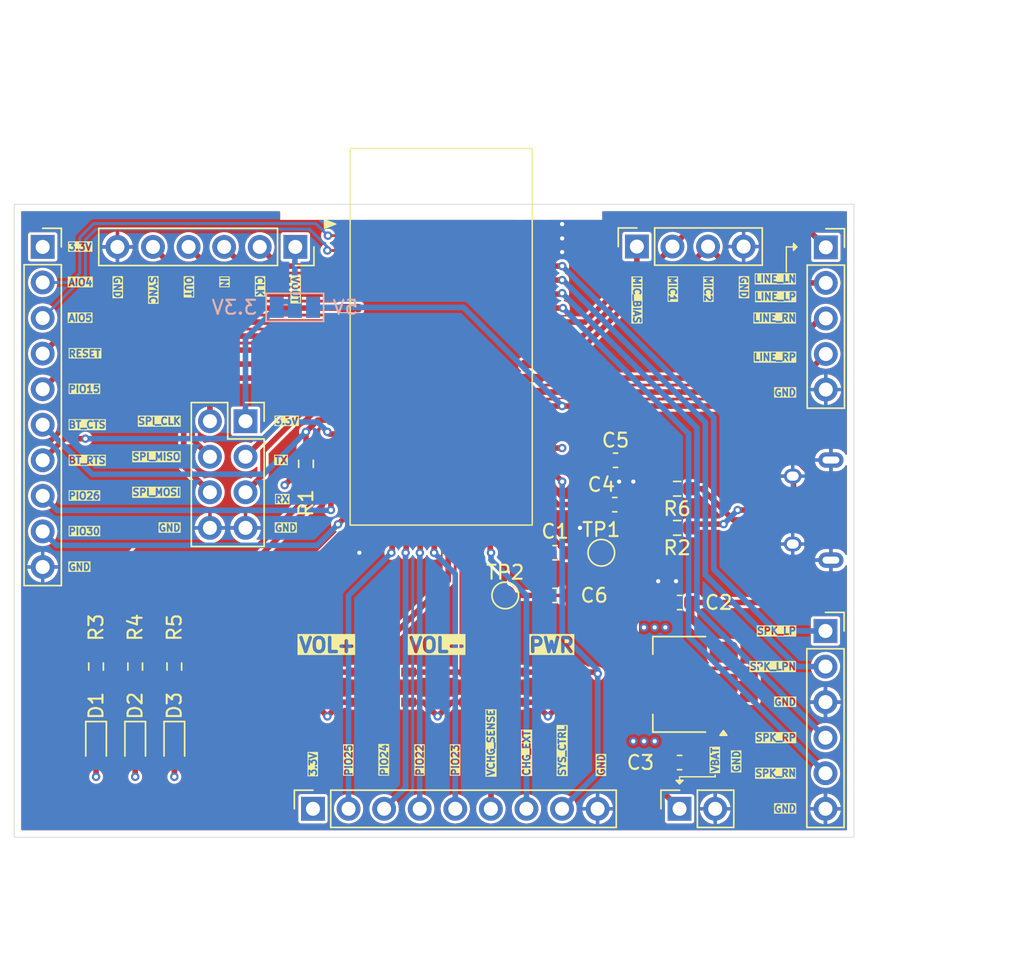
<source format=kicad_pcb>
(kicad_pcb (version 20241229) (generator "pcbnew") (generator_version "9.0")
  (title_block (title "FSC-BT1038B Minimal Breakout Board") (date "2025-02-02") (rev "0.1") (company "//"))
  (layers (0 "F.Cu" mixed) (4 "In1.Cu" power) (6 "In2.Cu" power) (2 "B.Cu" mixed) (13 "F.Paste" user) (15 "B.Paste" user) (5 "F.SilkS" user "F.Silkscreen") (7 "B.SilkS" user "B.Silkscreen") (1 "F.Mask" user) (3 "B.Mask" user) (25 "Edge.Cuts" user))
  (net 0 "")
  (net 1 "/1.8V_OUT")
  (net 2 "GND")
  (net 3 "+5V")
  (net 4 "+3.3V")
  (net 5 "/VBAT_IN")
  (net 6 "Net-(U2-VDD_USB{slash}3.3V_OUT)")
  (net 7 "Net-(D1-K)")
  (net 8 "Net-(D2-K)")
  (net 9 "Net-(D3-K)")
  (net 10 "/BT_RX")
  (net 11 "/BT_TX")
  (net 12 "/SPI_MOSI")
  (net 13 "/SPI_MISO")
  (net 14 "/SPI_CLK")
  (net 16 "/D+")
  (net 17 "/D-")
  (net 18 "/MIC{slash}LINE_LP")
  (net 19 "/LINE_RP")
  (net 20 "/MIC{slash}LINE_LN")
  (net 21 "/LINE_RN")
  (net 22 "/MIC_BIAS")
  (net 23 "/PCM_IN")
  (net 24 "/PCM_OUT")
  (net 25 "Net-(J6-Pin_1)")
  (net 26 "/PCM_CLK")
  (net 27 "/SPK_LP")
  (net 28 "/SPK_RN")
  (net 29 "/SPK_LN")
  (net 30 "/SPK_RP")
  (net 31 "/PIO26")
  (net 32 "/PIO15")
  (net 33 "/PIO30")
  (net 34 "/AIO5")
  (net 35 "/BT_RTS")
  (net 36 "/AIO4")
  (net 37 "/RESET")
  (net 38 "/BT_CTS")
  (net 39 "/VCGH_SENSE")
  (net 40 "/PIO25")
  (net 41 "/CHG_EXT")
  (net 42 "/PIO24")
  (net 43 "/PIO22")
  (net 44 "/PIO23")
  (net 45 "/SYS_CTRL")
  (net 46 "/USB_D+")
  (net 47 "/LED0")
  (net 48 "/LED1")
  (net 49 "/LED2")
  (net 50 "/USB_D-")
  (net 51 "/PIO18")
  (net 52 "/PIO21")
  (net 54 "/PCM_SYNC")
  (footprint "Resistor_SMD:R_0603_1608Metric_Pad0.98x0.95mm_HandSolder" (layer "F.Cu") (at 153.416 92.202 90)
    (property "Reference" "R5")
    (property "Value" "1k")
  )
  (footprint "TS3425BA:TS3425BA" (layer "F.Cu") (at 180.086 93.726)
    (property "Reference" "SW1")
    (property "Value" "POWER")
  )
  (footprint "Connector_PinSocket_2.54mm:PinSocket_2x04_P2.54mm_Vertical" (layer "F.Cu") (at 158.496 74.676)
    (property "Reference" "J1")
    (property "Value" "PROGRAM PORT")
  )
  (footprint "TS3425BA:TS3425BA" (layer "F.Cu") (at 172.212 93.726)
    (property "Reference" "SW3")
    (property "Value" "VOL-")
  )
  (footprint "LED_SMD:LED_0603_1608Metric_Pad1.05x0.95mm_HandSolder" (layer "F.Cu") (at 147.828 97.79 -90)
    (property "Reference" "D1")
    (property "Value" "LED0")
  )
  (footprint "TestPoint:TestPoint_Pad_D1.5mm" (layer "F.Cu") (at 183.896 84.074)
    (property "Reference" "TP1")
    (property "Value" "1.8V")
  )
  (footprint "Package_TO_SOT_SMD:SOT-223-3_TabPin2" (layer "F.Cu") (at 189.484 93.472 180)
    (property "Reference" "U1")
    (property "Value" "AMS1117-3.3")
  )
  (footprint "Resistor_SMD:R_0603_1608Metric_Pad0.98x0.95mm_HandSolder" (layer "F.Cu") (at 147.828 92.202 90)
    (property "Reference" "R3")
    (property "Value" "1k")
  )
  (footprint "TS3425BA:TS3425BA" (layer "F.Cu") (at 164.338 93.726)
    (property "Reference" "SW2")
    (property "Value" "VOL+")
  )
  (footprint "Connector_PinSocket_2.54mm:PinSocket_1x02_P2.54mm_Vertical" (layer "F.Cu") (at 189.484 102.362 90)
    (property "Reference" "J5")
    (property "Value" "BAT IN")
  )
  (footprint "Resistor_SMD:R_0603_1608Metric_Pad0.98x0.95mm_HandSolder" (layer "F.Cu") (at 189.31 82.296 180)
    (property "Reference" "R2")
    (property "Value" "22R")
  )
  (footprint "Resistor_SMD:R_0603_1608Metric_Pad0.98x0.95mm_HandSolder" (layer "F.Cu") (at 189.31 79.502 180)
    (property "Reference" "R6")
    (property "Value" "22R")
  )
  (footprint "Resistor_SMD:R_0603_1608Metric_Pad0.98x0.95mm_HandSolder" (layer "F.Cu") (at 162.814 77.724 90)
    (property "Reference" "R1")
    (property "Value" "10k")
  )
  (footprint "Resistor_SMD:R_0603_1608Metric_Pad0.98x0.95mm_HandSolder" (layer "F.Cu") (at 150.622 92.202 90)
    (property "Reference" "R4")
    (property "Value" "1k")
  )
  (footprint "Capacitor_SMD:C_0603_1608Metric_Pad1.08x0.95mm_HandSolder" (layer "F.Cu") (at 189.484 87.63 180)
    (property "Reference" "C2")
    (property "Value" "10uF")
  )
  (footprint "KH-MICRO5P-JN:KH-MICRO5P-JN" (layer "F.Cu") (at 197.612 81.026 90)
    (property "Reference" "J2")
    (property "Value" "USB_B_Micro")
  )
  (footprint "Connector_PinSocket_2.54mm:PinSocket_1x04_P2.54mm_Vertical" (layer "F.Cu") (at 186.436 62.205 90)
    (property "Reference" "J4")
    (property "Value" "MIC IN")
  )
  (footprint "Connector_PinSocket_2.54mm:PinSocket_1x05_P2.54mm_Vertical" (layer "F.Cu") (at 199.923 62.26)
    (property "Reference" "J3")
    (property "Value" "LINE IN")
  )
  (footprint "Capacitor_SMD:C_0603_1608Metric_Pad1.08x0.95mm_HandSolder" (layer "F.Cu") (at 180.594 87.122)
    (property "Reference" "C6")
    (property "Value" "2.2uF")
  )
  (footprint "LED_SMD:LED_0603_1608Metric_Pad1.05x0.95mm_HandSolder" (layer "F.Cu") (at 153.416 97.79 -90)
    (property "Reference" "D3")
    (property "Value" "LED2")
  )
  (footprint "Capacitor_SMD:C_0603_1608Metric_Pad1.08x0.95mm_HandSolder" (layer "F.Cu") (at 184.912 77.47)
    (property "Reference" "C5")
    (property "Value" "4.7uF")
  )
  (footprint "LED_SMD:LED_0603_1608Metric_Pad1.05x0.95mm_HandSolder" (layer "F.Cu") (at 150.622 97.79 -90)
    (property "Reference" "D2")
    (property "Value" "LED1")
  )
  (footprint "Connector_PinSocket_2.54mm:PinSocket_1x06_P2.54mm_Vertical" (layer "F.Cu") (at 162.052 62.23 -90)
    (property "Reference" "J6")
    (property "Value" "I2S OUT")
  )
  (footprint "FSC-BT1038B:FSC-BT1038B" (layer "F.Cu") (at 172.466 60.298)
    (property "Reference" "U2")
    (property "Value" "~")
  )
  (footprint "Capacitor_SMD:C_0603_1608Metric_Pad1.08x0.95mm_HandSolder" (layer "F.Cu") (at 189.484 99.06)
    (property "Reference" "C3")
    (property "Value" "22uF")
  )
  (footprint "Capacitor_SMD:C_0603_1608Metric_Pad1.08x0.95mm_HandSolder" (layer "F.Cu") (at 184.856 80.638)
    (property "Reference" "C4")
    (property "Value" "100nF")
  )
  (footprint "TestPoint:TestPoint_Pad_D1.5mm" (layer "F.Cu") (at 177.038 87.122)
    (property "Reference" "TP2")
    (property "Value" "3.3V OUT")
  )
  (footprint "Connector_PinSocket_2.54mm:PinSocket_1x10_P2.54mm_Vertical" (layer "F.Cu") (at 144.018 62.23)
    (property "Reference" "J8")
    (property "Value" "PORT1")
  )
  (footprint "Connector_PinSocket_2.54mm:PinSocket_1x06_P2.54mm_Vertical" (layer "F.Cu") (at 199.898 89.662)
    (property "Reference" "J7")
    (property "Value" "SPEAKERS OUT")
  )
  (footprint "Capacitor_SMD:C_0603_1608Metric_Pad1.08x0.95mm_HandSolder" (layer "F.Cu") (at 180.594 84.074 180)
    (property "Reference" "C1")
    (property "Value" "1uF")
  )
  (footprint "Connector_PinSocket_2.54mm:PinSocket_1x09_P2.54mm_Vertical" (layer "F.Cu") (at 163.312 102.362 90)
    (property "Reference" "J9")
    (property "Value" "PORT2")
  )
  (footprint "Jumper:SolderJumper-3_P1.3mm_Bridged2Bar12_Pad1.0x1.5mm_NumberLabels" (layer "B.Cu") (at 162.022 66.548)
    (property "Reference" "JP1")
    (property "Value" "I2C VOLTAGE")
  )
  (gr_line (start 192.024 100.076) (end 189.484 100.076) (stroke (width 0.1)) (layer "F.SilkS"))
  (gr_line (start 192.024 99.949) (end 192.024 100.076) (stroke (width 0.1)) (layer "F.SilkS"))
  (gr_poly (pts (xy 189.23 100.33) (xy 189.484 100.584) (xy 189.738 100.33)) (stroke (width 0.1)) (fill yes) (layer "F.SilkS"))
  (gr_line (start 189.484 100.076) (end 189.484 100.584) (stroke (width 0.1)) (layer "F.SilkS"))
  (gr_line (start 197.104 62.23) (end 197.866 62.23) (stroke (width 0.1)) (layer "F.SilkS"))
  (gr_line (start 197.104 64.008) (end 197.104 62.23) (stroke (width 0.1)) (layer "F.SilkS"))
  (gr_poly (pts (xy 197.866 62.23) (xy 197.612 61.976) (xy 197.612 62.484)) (stroke (width 0.1)) (fill yes) (layer "F.SilkS"))
  (gr_line (start 201.93 59.182) (end 141.986 59.182) (stroke (width 0.05)) (layer "Edge.Cuts"))
  (gr_line (start 141.986 104.394) (end 201.93 104.394) (stroke (width 0.05)) (layer "Edge.Cuts"))
  (gr_line (start 201.93 104.394) (end 201.93 59.182) (stroke (width 0.05)) (layer "Edge.Cuts"))
  (gr_line (start 141.986 59.182) (end 141.986 104.394) (stroke (width 0.05)) (layer "Edge.Cuts"))
  (gr_text "GND" (at 160.528 82.296 0) (layer "F.SilkS" knockout) (effects (font (size 0.5 0.5) (thickness 0.125)) (justify left)))
  (gr_text "PIO30" (at 145.796 82.55 0) (layer "F.SilkS" knockout) (effects (font (size 0.5 0.5) (thickness 0.125)) (justify left)))
  (gr_text "SPI_CLK" (at 153.924 74.676 0) (layer "F.SilkS" knockout) (effects (font (size 0.5 0.5) (thickness 0.125)) (justify right)))
  (gr_text "IN" (at 156.972 64.262 270) (layer "F.SilkS" knockout) (effects (font (size 0.5 0.5) (thickness 0.125)) (justify left)))
  (gr_text "AIO5" (at 145.796 67.31 0) (layer "F.SilkS" knockout) (effects (font (size 0.5 0.5) (thickness 0.125)) (justify left)))
  (gr_text "PIO25" (at 165.862 100.076 90) (layer "F.SilkS" knockout) (effects (font (size 0.5 0.5) (thickness 0.125)) (justify left)))
  (gr_text "SPK_LP" (at 197.866 89.662 0) (layer "F.SilkS" knockout) (effects (font (size 0.5 0.5) (thickness 0.125)) (justify right)))
  (gr_text "VBAT" (at 192.024 99.822 90) (layer "F.SilkS" knockout) (effects (font (size 0.5 0.5) (thickness 0.125)) (justify left)))
  (gr_text "VOL-" (at 172.212 90.678 0) (layer "F.SilkS" knockout) (effects (font (size 1 1) (thickness 0.25) (bold yes))))
  (gr_text "3.3V" (at 160.528 74.676 0) (layer "F.SilkS" knockout) (effects (font (size 0.5 0.5) (thickness 0.125)) (justify left)))
  (gr_text "PIO23" (at 173.482 100.076 90) (layer "F.SilkS" knockout) (effects (font (size 0.5 0.5) (thickness 0.125)) (justify left)))
  (gr_text "GND" (at 145.796 85.09 0) (layer "F.SilkS" knockout) (effects (font (size 0.5 0.5) (thickness 0.125)) (justify left)))
  (gr_text "3.3V" (at 145.796 62.23 0) (layer "F.SilkS" knockout) (effects (font (size 0.5 0.5) (thickness 0.125)) (justify left)))
  (gr_text "GND" (at 153.924 82.296 0) (layer "F.SilkS" knockout) (effects (font (size 0.5 0.5) (thickness 0.125)) (justify right)))
  (gr_text "AIO4" (at 145.796 64.77 0) (layer "F.SilkS" knockout) (effects (font (size 0.5 0.5) (thickness 0.125)) (justify left)))
  (gr_text "SPK_LPN" (at 197.866 92.202 0) (layer "F.SilkS" knockout) (effects (font (size 0.5 0.5) (thickness 0.125)) (justify right)))
  (gr_text "BT_CTS" (at 145.796 74.93 0) (layer "F.SilkS" knockout) (effects (font (size 0.5 0.5) (thickness 0.125)) (justify left)))
  (gr_text "CHG_EXT" (at 178.562 100.076 90) (layer "F.SilkS" knockout) (effects (font (size 0.5 0.5) (thickness 0.125)) (justify left)))
  (gr_text "OUT" (at 154.432 64.262 270) (layer "F.SilkS" knockout) (effects (font (size 0.5 0.5) (thickness 0.125)) (justify left)))
  (gr_text "RX" (at 160.528 80.264 0) (layer "F.SilkS" knockout) (effects (font (size 0.5 0.5) (thickness 0.125)) (justify left)))
  (gr_text "SPI_MOSI" (at 153.924 79.756 0) (layer "F.SilkS" knockout) (effects (font (size 0.5 0.5) (thickness 0.125)) (justify right)))
  (gr_text "PWR" (at 180.34 90.678 0) (layer "F.SilkS" knockout) (effects (font (size 1 1) (thickness 0.25) (bold yes))))
  (gr_text "GND" (at 183.896 100.076 90) (layer "F.SilkS" knockout) (effects (font (size 0.5 0.5) (thickness 0.125)) (justify left)))
  (gr_text "BT_RTS" (at 145.796 77.47 0) (layer "F.SilkS" knockout) (effects (font (size 0.5 0.5) (thickness 0.125)) (justify left)))
  (gr_text "PIO24" (at 168.402 100.076 90) (layer "F.SilkS" knockout) (effects (font (size 0.5 0.5) (thickness 0.125)) (justify left)))
  (gr_text "LINE_LN" (at 197.866 64.516 0) (layer "F.SilkS" knockout) (effects (font (size 0.5 0.5) (thickness 0.125)) (justify right)))
  (gr_text "LINE_RP" (at 197.866 70.104 0) (layer "F.SilkS" knockout) (effects (font (size 0.5 0.5) (thickness 0.125)) (justify right)))
  (gr_text "SPK_RP" (at 197.866 97.282 0) (layer "F.SilkS" knockout) (effects (font (size 0.5 0.5) (thickness 0.125)) (justify right)))
  (gr_text "TX" (at 160.528 77.47 0) (layer "F.SilkS" knockout) (effects (font (size 0.5 0.5) (thickness 0.125)) (justify left)))
  (gr_text "SYS_CTRL" (at 181.102 100.076 90) (layer "F.SilkS" knockout) (effects (font (size 0.5 0.5) (thickness 0.125)) (justify left)))
  (gr_text "MIC_BIAS" (at 186.436 64.262 270) (layer "F.SilkS" knockout) (effects (font (size 0.5 0.5) (thickness 0.125)) (justify left)))
  (gr_text "GND" (at 197.866 72.644 0) (layer "F.SilkS" knockout) (effects (font (size 0.5 0.5) (thickness 0.125)) (justify right)))
  (gr_text "GND" (at 149.352 64.262 270) (layer "F.SilkS" knockout) (effects (font (size 0.5 0.5) (thickness 0.125)) (justify left)))
  (gr_text "CLK" (at 159.512 64.262 270) (layer "F.SilkS" knockout) (effects (font (size 0.5 0.5) (thickness 0.125)) (justify left)))
  (gr_text "LINE_RN" (at 197.866 67.31 0) (layer "F.SilkS" knockout) (effects (font (size 0.5 0.5) (thickness 0.125)) (justify right)))
  (gr_text "VOUT" (at 162.052 64.262 270) (layer "F.SilkS" knockout) (effects (font (size 0.5 0.5) (thickness 0.125)) (justify left)))
  (gr_text "3.3V" (at 163.322 100.076 90) (layer "F.SilkS" knockout) (effects (font (size 0.5 0.5) (thickness 0.125)) (justify left)))
  (gr_text "VCHG_SENSE" (at 176.022 100.076 90) (layer "F.SilkS" knockout) (effects (font (size 0.5 0.5) (thickness 0.125)) (justify left)))
  (gr_text "GND" (at 197.866 94.742 0) (layer "F.SilkS" knockout) (effects (font (size 0.5 0.5) (thickness 0.125)) (justify right)))
  (gr_text "SPK_RN" (at 197.866 99.822 0) (layer "F.SilkS" knockout) (effects (font (size 0.5 0.5) (thickness 0.125)) (justify right)))
  (gr_text "PIO26" (at 145.796 80.01 0) (layer "F.SilkS" knockout) (effects (font (size 0.5 0.5) (thickness 0.125)) (justify left)))
  (gr_text "LINE_LP" (at 197.866 65.786 0) (layer "F.SilkS" knockout) (effects (font (size 0.5 0.5) (thickness 0.125)) (justify right)))
  (gr_text "SPI_MISO" (at 153.924 77.216 0) (layer "F.SilkS" knockout) (effects (font (size 0.5 0.5) (thickness 0.125)) (justify right)))
  (gr_text "MIC2" (at 191.516 64.262 270) (layer "F.SilkS" knockout) (effects (font (size 0.5 0.5) (thickness 0.125)) (justify left)))
  (gr_text "GND" (at 193.548 99.822 90) (layer "F.SilkS" knockout) (effects (font (size 0.5 0.5) (thickness 0.125)) (justify left)))
  (gr_text "PIO22" (at 170.942 100.076 90) (layer "F.SilkS" knockout) (effects (font (size 0.5 0.5) (thickness 0.125)) (justify left)))
  (gr_text "PIO15" (at 145.796 72.39 0) (layer "F.SilkS" knockout) (effects (font (size 0.5 0.5) (thickness 0.125)) (justify left)))
  (gr_text "GND" (at 197.866 102.362 0) (layer "F.SilkS" knockout) (effects (font (size 0.5 0.5) (thickness 0.125)) (justify right)))
  (gr_text "RESET" (at 145.796 69.85 0) (layer "F.SilkS" knockout) (effects (font (size 0.5 0.5) (thickness 0.125)) (justify left)))
  (gr_text "GND" (at 194.056 64.262 270) (layer "F.SilkS" knockout) (effects (font (size 0.5 0.5) (thickness 0.125)) (justify left)))
  (gr_text "VOL+" (at 164.338 90.678 0) (layer "F.SilkS" knockout) (effects (font (size 1 1) (thickness 0.25) (bold yes))))
  (gr_text "SYNC" (at 151.892 64.262 270) (layer "F.SilkS" knockout) (effects (font (size 0.5 0.5) (thickness 0.125)) (justify left)))
  (gr_text "MIC1" (at 188.976 64.262 270) (layer "F.SilkS" knockout) (effects (font (size 0.5 0.5) (thickness 0.125)) (justify left)))
  (segment (start 178.966 77.598) (end 178.166001 77.598) (width 0.4) (layer "F.Cu") (net 1))
  (segment (start 181.4565 84.074) (end 183.896 84.074) (width 0.4) (layer "F.Cu") (net 1))
  (segment (start 180.1865 82.804) (end 181.4565 84.074) (width 0.4) (layer "F.Cu") (net 1))
  (segment (start 177.766 80.979974) (end 179.590026 82.804) (width 0.4) (layer "F.Cu") (net 1))
  (segment (start 178.166001 77.598) (end 177.766 77.998001) (width 0.4) (layer "F.Cu") (net 1))
  (segment (start 179.590026 82.804) (end 180.1865 82.804) (width 0.4) (layer "F.Cu") (net 1))
  (segment (start 177.766 77.998001) (end 177.766 80.979974) (width 0.4) (layer "F.Cu") (net 1))
  (segment (start 165.966 60.598) (end 178.966 60.598) (width 0.4) (layer "F.Cu") (net 2))
  (segment (start 178.966 80.598) (end 180.664 82.296) (width 0.4) (layer "F.Cu") (net 2))
  (segment (start 181.102 60.598) (end 181.102 62.598) (width 0.4) (layer "F.Cu") (net 2))
  (segment (start 178.966 60.598) (end 181.102 60.598) (width 0.4) (layer "F.Cu") (net 2))
  (segment (start 197.612 79.726) (end 197.612 78.651) (width 0.4) (layer "F.Cu") (net 2))
  (segment (start 167.966 82.732) (end 166.624 84.074) (width 0.4) (layer "F.Cu") (net 2))
  (segment (start 167.966 82.098) (end 167.966 82.732) (width 0.4) (layer "F.Cu") (net 2))
  (segment (start 181.102 62.598) (end 178.966 62.598) (width 0.4) (layer "F.Cu") (net 2))
  (segment (start 180.664 82.296) (end 182.372 82.296) (width 0.4) (layer "F.Cu") (net 2))
  (segment (start 197.612 78.651) (end 197.562 78.601) (width 0.4) (layer "F.Cu") (net 2))
  (via (at 166.624 84.074) (size 0.6) (drill 0.3) (layers "F.Cu" "B.Cu") (net 2))
  (via (at 186.182 78.994) (size 0.6) (drill 0.3) (layers "F.Cu" "B.Cu") (net 2))
  (via (at 181.102 61.6204) (size 0.6) (drill 0.3) (layers "F.Cu" "B.Cu") (net 2))
  (via (at 181.102 62.598) (size 0.6) (drill 0.3) (layers "F.Cu" "B.Cu") (net 2))
  (via (at 185.166 78.994) (size 0.6) (drill 0.3) (layers "F.Cu" "B.Cu") (net 2))
  (via (at 189.23 86.106) (size 0.6) (drill 0.3) (layers "F.Cu" "B.Cu") (net 2))
  (via (at 182.372 82.296) (size 0.6) (drill 0.3) (layers "F.Cu" "B.Cu") (net 2))
  (via (at 181.102 60.598) (size 0.6) (drill 0.3) (layers "F.Cu" "B.Cu") (net 2))
  (via (at 187.96 86.106) (size 0.6) (drill 0.3) (layers "F.Cu" "B.Cu") (net 2))
  (segment (start 198.587 82.626001) (end 198.587 84.115) (width 0.4) (layer "F.Cu") (net 3))
  (segment (start 199.136 78.766852) (end 199.136 83.566) (width 0.4) (layer "F.Cu") (net 3))
  (segment (start 181.102 73.598) (end 193.967148 73.598) (width 0.4) (layer "F.Cu") (net 3))
  (segment (start 181.102 73.598) (end 178.966 73.598) (width 0.4) (layer "F.Cu") (net 3))
  (segment (start 193.967148 73.598) (end 199.136 78.766852) (width 0.4) (layer "F.Cu") (net 3))
  (segment (start 199.136 83.566) (end 198.587 84.115) (width 0.4) (layer "F.Cu") (net 3))
  (segment (start 198.286999 82.326) (end 198.587 82.626001) (width 0.4) (layer "F.Cu") (net 3))
  (segment (start 197.612 82.326) (end 198.286999 82.326) (width 0.4) (layer "F.Cu") (net 3))
  (segment (start 195.072 87.63) (end 190.3465 87.63) (width 0.4) (layer "F.Cu") (net 3))
  (segment (start 190.3465 88.8845) (end 192.634 91.172) (width 0.4) (layer "F.Cu") (net 3))
  (segment (start 198.587 84.115) (end 195.072 87.63) (width 0.4) (layer "F.Cu") (net 3))
  (segment (start 190.3465 87.63) (end 190.3465 88.8845) (width 0.4) (layer "F.Cu") (net 3))
  (via (at 181.102 73.598) (size 0.6) (drill 0.3) (layers "F.Cu" "B.Cu") (net 3))
  (segment (start 163.322 66.548) (end 174.052 66.548) (width 0.4) (layer "B.Cu") (net 3))
  (segment (start 174.052 66.548) (end 181.102 73.598) (width 0.4) (layer "B.Cu") (net 3))
  (segment (start 153.416 100.076) (end 153.416 98.665) (width 0.4) (layer "F.Cu") (net 4))
  (segment (start 161.9015 78.6365) (end 161.29 79.248) (width 0.4) (layer "F.Cu") (net 4))
  (segment (start 174.287 94.751) (end 173.219 94.751) (width 0.4) (layer "F.Cu") (net 4))
  (segment (start 186.436 93.472) (end 186.436 93.726) (width 0.4) (layer "F.Cu") (net 4))
  (segment (start 186.436 93.726) (end 186.334 93.472) (width 0.4) (layer "F.Cu") (net 4))
  (segment (start 171.205 94.751) (end 172.212 95.758) (width 0.4) (layer "F.Cu") (net 4))
  (segment (start 147.828 100.076) (end 147.828 98.665) (width 0.4) (layer "F.Cu") (net 4))
  (segment (start 178.966 76.598) (end 181.102 76.598) (width 0.4) (layer "F.Cu") (net 4))
  (segment (start 170.137 94.751) (end 171.205 94.751) (width 0.4) (layer "F.Cu") (net 4))
  (segment (start 166.413 94.751) (end 165.345 94.751) (width 0.4) (layer "F.Cu") (net 4))
  (segment (start 162.263 94.751) (end 163.331 94.751) (width 0.4) (layer "F.Cu") (net 4))
  (segment (start 173.219 94.751) (end 172.212 95.758) (width 0.4) (layer "F.Cu") (net 4))
  (segment (start 165.345 94.751) (end 164.338 95.758) (width 0.4) (layer "F.Cu") (net 4))
  (segment (start 181.093 94.751) (end 180.086 95.758) (width 0.4) (layer "F.Cu") (net 4))
  (segment (start 178.011 94.751) (end 179.079 94.751) (width 0.4) (layer "F.Cu") (net 4))
  (segment (start 179.079 94.751) (end 180.086 95.758) (width 0.4) (layer "F.Cu") (net 4))
  (segment (start 150.622 100.076) (end 150.622 98.665) (width 0.4) (layer "F.Cu") (net 4))
  (segment (start 182.161 94.751) (end 181.093 94.751) (width 0.4) (layer "F.Cu") (net 4))
  (segment (start 162.814 78.6365) (end 161.9015 78.6365) (width 0.4) (layer "F.Cu") (net 4))
  (segment (start 163.331 94.751) (end 164.338 95.758) (width 0.4) (layer "F.Cu") (net 4))
  (via (at 164.338 95.758) (size 0.6) (drill 0.3) (layers "F.Cu" "B.Cu") (net 4))
  (via (at 186.944 89.408) (size 0.6) (drill 0.3) (layers "F.Cu" "B.Cu") (net 4))
  (via (at 153.416 100.076) (size 0.6) (drill 0.3) (layers "F.Cu" "B.Cu") (net 4))
  (via (at 172.212 95.758) (size 0.6) (drill 0.3) (layers "F.Cu" "B.Cu") (net 4))
  (via (at 188.468 89.408) (size 0.6) (drill 0.3) (layers "F.Cu" "B.Cu") (net 4))
  (via (at 181.102 76.598) (size 0.6) (drill 0.3) (layers "F.Cu" "B.Cu") (net 4))
  (via (at 186.182 97.536) (size 0.6) (drill 0.3) (layers "F.Cu" "B.Cu") (net 4))
  (via (at 187.706 89.408) (size 0.6) (drill 0.3) (layers "F.Cu" "B.Cu") (net 4))
  (via (at 147.828 100.076) (size 0.6) (drill 0.3) (layers "F.Cu" "B.Cu") (net 4))
  (via (at 187.706 97.536) (size 0.6) (drill 0.3) (layers "F.Cu" "B.Cu") (net 4))
  (via (at 186.944 97.536) (size 0.6) (drill 0.3) (layers "F.Cu" "B.Cu") (net 4))
  (via (at 161.29 79.248) (size 0.6) (drill 0.3) (layers "F.Cu" "B.Cu") (net 4))
  (via (at 180.086 95.758) (size 0.6) (drill 0.3) (layers "F.Cu" "B.Cu") (net 4))
  (via (at 150.622 100.076) (size 0.6) (drill 0.3) (layers "F.Cu" "B.Cu") (net 4))
  (segment (start 158.496 74.676) (end 158.496 68.774) (width 0.4) (layer "B.Cu") (net 4))
  (segment (start 158.496 68.774) (end 160.722 66.548) (width 0.4) (layer "B.Cu") (net 4))
  (segment (start 184.934 91.691936) (end 186.182 90.443936) (width 0.4) (layer "F.Cu") (net 5))
  (segment (start 179.765999 79.598) (end 178.966 79.598) (width 0.4) (layer "F.Cu") (net 5))
  (segment (start 180.805999 80.638) (end 179.765999 79.598) (width 0.4) (layer "F.Cu") (net 5))
  (segment (start 184.934 97.812) (end 184.934 91.691936) (width 0.4) (layer "F.Cu") (net 5))
  (segment (start 186.182 82.8265) (end 183.9935 80.638) (width 0.4) (layer "F.Cu") (net 5))
  (segment (start 189.484 102.362) (end 184.934 97.812) (width 0.4) (layer "F.Cu") (net 5))
  (segment (start 183.9935 77.526) (end 184.0495 77.47) (width 0.4) (layer "F.Cu") (net 5))
  (segment (start 183.9935 80.638) (end 180.805999 80.638) (width 0.4) (layer "F.Cu") (net 5))
  (segment (start 183.9935 80.638) (end 183.9935 77.526) (width 0.4) (layer "F.Cu") (net 5))
  (segment (start 186.182 90.443936) (end 186.182 82.8265) (width 0.4) (layer "F.Cu") (net 5))
  (segment (start 176.966 82.098) (end 176.966 87.05) (width 0.4) (layer "F.Cu") (net 6))
  (segment (start 177.038 87.122) (end 179.7315 87.122) (width 0.4) (layer "F.Cu") (net 6))
  (segment (start 176.966 87.05) (end 177.038 87.122) (width 0.4) (layer "F.Cu") (net 6))
  (segment (start 147.828 96.915) (end 147.828 93.1145) (width 0.4) (layer "F.Cu") (net 7))
  (segment (start 150.622 96.915) (end 150.622 93.1145) (width 0.4) (layer "F.Cu") (net 8))
  (segment (start 153.416 96.915) (end 153.416 93.1145) (width 0.4) (layer "F.Cu") (net 9))
  (segment (start 159.746 76.814528) (end 159.746 78.506) (width 0.4) (layer "F.Cu") (net 10))
  (segment (start 165.966 73.598) (end 162.962528 73.598) (width 0.4) (layer "F.Cu") (net 10))
  (segment (start 159.746 78.506) (end 158.496 79.756) (width 0.4) (layer "F.Cu") (net 10))
  (segment (start 162.962528 73.598) (end 159.746 76.814528) (width 0.4) (layer "F.Cu") (net 10))
  (segment (start 165.966 72.598) (end 163.114 72.598) (width 0.4) (layer "F.Cu") (net 11))
  (segment (start 163.114 72.598) (end 158.496 77.216) (width 0.4) (layer "F.Cu") (net 11))
  (segment (start 157.050944 69.598) (end 154.086 72.562944) (width 0.4) (layer "F.Cu") (net 12))
  (segment (start 165.966 69.598) (end 157.050944 69.598) (width 0.4) (layer "F.Cu") (net 12))
  (segment (start 154.086 72.562944) (end 154.086 77.886) (width 0.4) (layer "F.Cu") (net 12))
  (segment (start 154.086 77.886) (end 155.956 79.756) (width 0.4) (layer "F.Cu") (net 12))
  (segment (start 154.686 75.946) (end 155.956 77.216) (width 0.4) (layer "F.Cu") (net 13))
  (segment (start 165.966 70.598) (end 156.899472 70.598) (width 0.4) (layer "F.Cu") (net 13))
  (segment (start 154.686 72.811472) (end 154.686 75.946) (width 0.4) (layer "F.Cu") (net 13))
  (segment (start 156.899472 70.598) (end 154.686 72.811472) (width 0.4) (layer "F.Cu") (net 13))
  (segment (start 156.748 71.598) (end 155.956 72.39) (width 0.4) (layer "F.Cu") (net 14))
  (segment (start 155.956 72.39) (end 155.956 74.676) (width 0.4) (layer "F.Cu") (net 14))
  (segment (start 165.966 71.598) (end 156.748 71.598) (width 0.4) (layer "F.Cu") (net 14))
  (segment (start 190.489525 82.028975) (end 190.2225 82.296) (width 0.4) (layer "F.Cu") (net 16))
  (segment (start 193.628 81.026) (end 197.612 81.026) (width 0.4) (layer "F.Cu") (net 16))
  (segment (start 192.625025 82.028975) (end 190.489525 82.028975) (width 0.4) (layer "F.Cu") (net 16))
  (via (at 193.628 81.026) (size 0.6) (drill 0.3) (layers "F.Cu" "B.Cu") (net 16))
  (via (at 192.625025 82.028975) (size 0.6) (drill 0.3) (layers "F.Cu" "B.Cu") (net 16))
  (segment (start 193.628 81.026) (end 192.625025 82.028975) (width 0.4) (layer "B.Cu") (net 16))
  (segment (start 193.312 81.726) (end 191.088 79.502) (width 0.4) (layer "F.Cu") (net 17))
  (segment (start 193.312 81.726) (end 197.562 81.726) (width 0.4) (layer "F.Cu") (net 17))
  (segment (start 197.562 81.726) (end 197.612 81.676) (width 0.4) (layer "F.Cu") (net 17))
  (segment (start 191.088 79.502) (end 190.2225 79.502) (width 0.4) (layer "F.Cu") (net 17))
  (segment (start 178.966 69.598) (end 182.431528 69.598) (width 0.4) (layer "F.Cu") (net 18))
  (segment (start 191.516 62.205) (end 194.081 64.77) (width 0.4) (layer "F.Cu") (net 18))
  (segment (start 199.923 64.8) (end 194.111 64.8) (width 0.4) (layer "F.Cu") (net 18))
  (segment (start 190.266 63.455) (end 191.516 62.205) (width 0.4) (layer "F.Cu") (net 18))
  (segment (start 182.431528 69.598) (end 188.574528 63.455) (width 0.4) (layer "F.Cu") (net 18))
  (segment (start 188.574528 63.455) (end 190.266 63.455) (width 0.4) (layer "F.Cu") (net 18))
  (segment (start 194.111 64.8) (end 191.516 62.205) (width 0.4) (layer "F.Cu") (net 18))
  (segment (start 197.205 72.598) (end 199.923 69.88) (width 0.4) (layer "F.Cu") (net 19))
  (segment (start 178.966 72.598) (end 197.205 72.598) (width 0.4) (layer "F.Cu") (net 19))
  (segment (start 190.226 60.955) (end 188.976 62.205) (width 0.4) (layer "F.Cu") (net 20))
  (segment (start 182.583 68.598) (end 188.976 62.205) (width 0.4) (layer "F.Cu") (net 20))
  (segment (start 178.966 68.598) (end 182.583 68.598) (width 0.4) (layer "F.Cu") (net 20))
  (segment (start 190.226 60.955) (end 198.618 60.955) (width 0.4) (layer "F.Cu") (net 20))
  (segment (start 199.923 62.26) (end 198.618 60.955) (width 0.4) (layer "F.Cu") (net 20))
  (segment (start 195.259472 71.598) (end 199.517472 67.34) (width 0.4) (layer "F.Cu") (net 21))
  (segment (start 178.966 71.598) (end 195.259472 71.598) (width 0.4) (layer "F.Cu") (net 21))
  (segment (start 199.517472 67.34) (end 199.923 67.34) (width 0.4) (layer "F.Cu") (net 21))
  (segment (start 182.734472 67.598) (end 186.436 63.896472) (width 0.4) (layer "F.Cu") (net 22))
  (segment (start 178.966 67.598) (end 182.734472 67.598) (width 0.4) (layer "F.Cu") (net 22))
  (segment (start 186.436 63.896472) (end 186.436 62.205) (width 0.4) (layer "F.Cu") (net 22))
  (segment (start 165.966 64.598) (end 159.34 64.598) (width 0.4) (layer "F.Cu") (net 23))
  (segment (start 159.34 64.598) (end 156.972 62.23) (width 0.4) (layer "F.Cu") (net 23))
  (segment (start 157.8 65.598) (end 154.432 62.23) (width 0.4) (layer "F.Cu") (net 24))
  (segment (start 165.966 65.598) (end 157.8 65.598) (width 0.4) (layer "F.Cu") (net 24))
  (segment (start 162.022 62.26) (end 162.052 62.23) (width 0.4) (layer "B.Cu") (net 25))
  (segment (start 162.022 66.548) (end 162.022 62.26) (width 0.4) (layer "B.Cu") (net 25))
  (segment (start 162.052 66.518) (end 162.022 66.548) (width 0.4) (layer "B.Cu") (net 25))
  (segment (start 165.966 63.598) (end 160.88 63.598) (width 0.4) (layer "F.Cu") (net 26))
  (segment (start 160.88 63.598) (end 159.512 62.23) (width 0.4) (layer "F.Cu") (net 26))
  (segment (start 181.102 63.598) (end 178.966 63.598) (width 0.4) (layer "F.Cu") (net 27))
  (via (at 181.102 63.598) (size 0.6) (drill 0.3) (layers "F.Cu" "B.Cu") (net 27))
  (segment (start 181.102 63.598) (end 181.2 63.598) (width 0.4) (layer "B.Cu") (net 27))
  (segment (start 191.925025 74.421025) (end 191.925025 85.245025) (width 0.4) (layer "B.Cu") (net 27))
  (segment (start 191.925025 85.245025) (end 196.342 89.662) (width 0.4) (layer "B.Cu") (net 27))
  (segment (start 196.342 89.662) (end 199.898 89.662) (width 0.4) (layer "B.Cu") (net 27))
  (segment (start 181.102 63.598) (end 191.925025 74.421025) (width 0.4) (layer "B.Cu") (net 27))
  (segment (start 181.152 66.598) (end 178.966 66.598) (width 0.4) (layer "F.Cu") (net 28))
  (via (at 181.152 66.598) (size 0.6) (drill 0.3) (layers "F.Cu" "B.Cu") (net 28))
  (segment (start 190.125025 90.049025) (end 199.898 99.822) (width 0.4) (layer "B.Cu") (net 28))
  (segment (start 190.125025 75.571025) (end 190.125025 90.049025) (width 0.4) (layer "B.Cu") (net 28))
  (segment (start 181.152 66.598) (end 190.125025 75.571025) (width 0.4) (layer "B.Cu") (net 28))
  (segment (start 181.102 64.598) (end 178.966 64.598) (width 0.4) (layer "F.Cu") (net 29))
  (via (at 181.102 64.598) (size 0.6) (drill 0.3) (layers "F.Cu" "B.Cu") (net 29))
  (segment (start 181.102 64.598) (end 181.15795 64.598) (width 0.4) (layer "B.Cu") (net 29))
  (segment (start 191.325025 74.765075) (end 191.325025 85.661025) (width 0.4) (layer "B.Cu") (net 29))
  (segment (start 191.325025 85.661025) (end 197.866 92.202) (width 0.4) (layer "B.Cu") (net 29))
  (segment (start 197.866 92.202) (end 199.898 92.202) (width 0.4) (layer "B.Cu") (net 29))
  (segment (start 181.15795 64.598) (end 191.325025 74.765075) (width 0.4) (layer "B.Cu") (net 29))
  (segment (start 178.966 65.598) (end 181.168 65.598) (width 0.4) (layer "F.Cu") (net 30))
  (via (at 181.102 65.532) (size 0.6) (drill 0.3) (layers "F.Cu" "B.Cu") (net 30))
  (segment (start 190.725025 75.155025) (end 190.725025 88.109025) (width 0.4) (layer "B.Cu") (net 30))
  (segment (start 190.725025 88.109025) (end 199.898 97.282) (width 0.4) (layer "B.Cu") (net 30))
  (segment (start 181.102 65.532) (end 190.725025 75.155025) (width 0.4) (layer "B.Cu") (net 30))
  (segment (start 164.592 80.172001) (end 165.166001 79.598) (width 0.4) (layer "F.Cu") (net 31))
  (segment (start 164.592 81.026) (end 164.592 80.172001) (width 0.4) (layer "F.Cu") (net 31))
  (segment (start 165.166001 79.598) (end 165.966 79.598) (width 0.4) (layer "F.Cu") (net 31))
  (via (at 164.592 81.026) (size 0.6) (drill 0.3) (layers "F.Cu" "B.Cu") (net 31))
  (segment (start 164.592 81.026) (end 164.572 81.046) (width 0.4) (layer "B.Cu") (net 31))
  (segment (start 164.572 81.046) (end 145.054 81.046) (width 0.4) (layer "B.Cu") (net 31))
  (segment (start 145.054 81.046) (end 144.018 80.01) (width 0.4) (layer "B.Cu") (net 31))
  (segment (start 147.81 68.598) (end 144.018 72.39) (width 0.4) (layer "F.Cu") (net 32))
  (segment (start 165.966 68.598) (end 147.81 68.598) (width 0.4) (layer "F.Cu") (net 32))
  (segment (start 165.966 81.176) (end 165.1 82.042) (width 0.4) (layer "F.Cu") (net 33))
  (segment (start 165.966 80.598) (end 165.966 81.176) (width 0.4) (layer "F.Cu") (net 33))
  (via (at 165.1 82.042) (size 0.6) (drill 0.3) (layers "F.Cu" "B.Cu") (net 33))
  (segment (start 145.014 83.546) (end 144.018 82.55) (width 0.4) (layer "B.Cu") (net 33))
  (segment (start 165.1 82.042) (end 163.596 83.546) (width 0.4) (layer "B.Cu") (net 33))
  (segment (start 163.596 83.546) (end 145.014 83.546) (width 0.4) (layer "B.Cu") (net 33))
  (segment (start 165.852 62.484) (end 165.966 62.598) (width 0.2) (layer "F.Cu") (net 34))
  (segment (start 164.338 62.484) (end 165.852 62.484) (width 0.2) (layer "F.Cu") (net 34))
  (via (at 164.338 62.484) (size 0.6) (drill 0.3) (layers "F.Cu" "B.Cu") (net 34))
  (segment (start 147.066 62.484) (end 147.066 61.722) (width 0.2) (layer "B.Cu") (net 34))
  (segment (start 163.068 60.96) (end 164.338 62.23) (width 0.2) (layer "B.Cu") (net 34))
  (segment (start 162.56 60.96) (end 163.068 60.96) (width 0.2) (layer "B.Cu") (net 34))
  (segment (start 147.828 60.96) (end 162.56 60.96) (width 0.2) (layer "B.Cu") (net 34))
  (segment (start 147.066 61.722) (end 147.828 60.96) (width 0.2) (layer "B.Cu") (net 34))
  (segment (start 147.066 64.262) (end 147.066 62.484) (width 0.2) (layer "B.Cu") (net 34))
  (segment (start 144.018 67.31) (end 147.066 64.262) (width 0.2) (layer "B.Cu") (net 34))
  (segment (start 164.338 62.23) (end 164.338 62.484) (width 0.2) (layer "B.Cu") (net 34))
  (segment (start 145.562 75.926) (end 144.018 77.47) (width 0.4) (layer "F.Cu") (net 35))
  (segment (start 147.066 75.926) (end 145.562 75.926) (width 0.4) (layer "F.Cu") (net 35))
  (segment (start 164.498 75.598) (end 164.338 75.438) (width 0.4) (layer "F.Cu") (net 35))
  (segment (start 165.966 75.598) (end 164.498 75.598) (width 0.4) (layer "F.Cu") (net 35))
  (via (at 147.066 75.926) (size 0.6) (drill 0.3) (layers "F.Cu" "B.Cu") (net 35))
  (via (at 164.338 75.438) (size 0.6) (drill 0.3) (layers "F.Cu" "B.Cu") (net 35))
  (segment (start 147.066 75.926) (end 159.786 75.926) (width 0.4) (layer "B.Cu") (net 35))
  (segment (start 160.974 74.738) (end 163.638 74.738) (width 0.4) (layer "B.Cu") (net 35))
  (segment (start 163.638 74.738) (end 164.338 75.438) (width 0.4) (layer "B.Cu") (net 35))
  (segment (start 159.786 75.926) (end 160.974 74.738) (width 0.4) (layer "B.Cu") (net 35))
  (segment (start 164.381265 61.424735) (end 165.792735 61.424735) (width 0.2) (layer "F.Cu") (net 36))
  (segment (start 165.792735 61.424735) (end 165.966 61.598) (width 0.2) (layer "F.Cu") (net 36))
  (via (at 164.381265 61.424735) (size 0.6) (drill 0.3) (layers "F.Cu" "B.Cu") (net 36))
  (segment (start 163.51653 60.56) (end 164.381265 61.424735) (width 0.2) (layer "B.Cu") (net 36))
  (segment (start 145.992314 64.77) (end 146.656157 64.106157) (width 0.2) (layer "B.Cu") (net 36))
  (segment (start 144.018 64.77) (end 145.992314 64.77) (width 0.2) (layer "B.Cu") (net 36))
  (segment (start 146.656157 64.106157) (end 146.666 64.096314) (width 0.2) (layer "B.Cu") (net 36))
  (segment (start 146.666 61.556314) (end 147.662314 60.56) (width 0.2) (layer "B.Cu") (net 36))
  (segment (start 146.666 64.096314) (end 146.666 61.556314) (width 0.2) (layer "B.Cu") (net 36))
  (segment (start 150.622 60.56) (end 163.51653 60.56) (width 0.2) (layer "B.Cu") (net 36))
  (segment (start 147.662314 60.56) (end 150.622 60.56) (width 0.2) (layer "B.Cu") (net 36))
  (segment (start 165.966 67.598) (end 146.27 67.598) (width 0.4) (layer "F.Cu") (net 37))
  (segment (start 146.27 67.598) (end 144.018 69.85) (width 0.4) (layer "F.Cu") (net 37))
  (segment (start 162.814 75.438) (end 162.814 76.8115) (width 0.4) (layer "F.Cu") (net 38))
  (segment (start 165.966 74.598) (end 163.654 74.598) (width 0.4) (layer "F.Cu") (net 38))
  (segment (start 163.654 74.598) (end 162.814 75.438) (width 0.4) (layer "F.Cu") (net 38))
  (via (at 162.814 75.438) (size 0.6) (drill 0.3) (layers "F.Cu" "B.Cu") (net 38))
  (segment (start 162.814 75.438) (end 159.786 78.466) (width 0.4) (layer "B.Cu") (net 38))
  (segment (start 147.554 78.466) (end 144.018 74.93) (width 0.4) (layer "B.Cu") (net 38))
  (segment (start 159.786 78.466) (end 147.554 78.466) (width 0.4) (layer "B.Cu") (net 38))
  (segment (start 175.266 86.976346) (end 176.022 87.732346) (width 0.4) (layer "F.Cu") (net 39))
  (segment (start 176.022 87.732346) (end 176.022 102.352) (width 0.4) (layer "F.Cu") (net 39))
  (segment (start 176.022 102.352) (end 176.012 102.362) (width 0.4) (layer "F.Cu") (net 39))
  (segment (start 175.266 82.398) (end 175.266 86.976346) (width 0.4) (layer "F.Cu") (net 39))
  (segment (start 174.966 82.098) (end 175.266 82.398) (width 0.4) (layer "F.Cu") (net 39))
  (segment (start 168.966 84.018) (end 168.91 84.074) (width 0.4) (layer "F.Cu") (net 40))
  (segment (start 168.966 82.098) (end 168.966 84.018) (width 0.4) (layer "F.Cu") (net 40))
  (via (at 168.91 84.074) (size 0.6) (drill 0.3) (layers "F.Cu" "B.Cu") (net 40))
  (segment (start 165.852 87.132) (end 165.852 102.362) (width 0.4) (layer "B.Cu") (net 40))
  (segment (start 168.91 84.074) (end 165.852 87.132) (width 0.4) (layer "B.Cu") (net 40))
  (segment (start 175.966 82.098) (end 175.966 84.018) (width 0.4) (layer "F.Cu") (net 41))
  (segment (start 175.966 84.018) (end 176.022 84.074) (width 0.4) (layer "F.Cu") (net 41))
  (via (at 176.022 84.074) (size 0.6) (drill 0.3) (layers "F.Cu" "B.Cu") (net 41))
  (segment (start 176.022 84.582) (end 178.552 87.112) (width 0.4) (layer "B.Cu") (net 41))
  (segment (start 176.022 84.074) (end 176.022 84.582) (width 0.4) (layer "B.Cu") (net 41))
  (segment (start 178.552 87.112) (end 178.552 102.362) (width 0.4) (layer "B.Cu") (net 41))
  (segment (start 169.966 84.034) (end 169.926 84.074) (width 0.4) (layer "F.Cu") (net 42))
  (segment (start 169.966 82.098) (end 169.966 84.034) (width 0.4) (layer "F.Cu") (net 42))
  (via (at 169.926 84.074) (size 0.6) (drill 0.3) (layers "F.Cu" "B.Cu") (net 42))
  (segment (start 169.926 100.828) (end 168.392 102.362) (width 0.4) (layer "B.Cu") (net 42))
  (segment (start 169.926 84.074) (end 169.926 100.828) (width 0.4) (layer "B.Cu") (net 42))
  (segment (start 170.966 82.098) (end 170.966 84.05) (width 0.4) (layer "F.Cu") (net 43))
  (segment (start 170.966 84.05) (end 170.942 84.074) (width 0.4) (layer "F.Cu") (net 43))
  (via (at 170.942 84.074) (size 0.6) (drill 0.3) (layers "F.Cu" "B.Cu") (net 43))
  (segment (start 170.942 85.09) (end 170.932 85.1) (width 0.4) (layer "B.Cu") (net 43))
  (segment (start 170.932 85.1) (end 170.932 102.362) (width 0.4) (layer "B.Cu") (net 43))
  (segment (start 170.942 84.074) (end 170.942 85.09) (width 0.4) (layer "B.Cu") (net 43))
  (segment (start 171.966 82.098) (end 171.966 84.066) (width 0.4) (layer "F.Cu") (net 44))
  (segment (start 171.966 84.066) (end 171.958 84.074) (width 0.4) (layer "F.Cu") (net 44))
  (via (at 171.958 84.074) (size 0.6) (drill 0.3) (layers "F.Cu" "B.Cu") (net 44))
  (segment (start 171.958 84.074) (end 173.472 85.588) (width 0.4) (layer "B.Cu") (net 44))
  (segment (start 173.472 85.588) (end 173.472 102.362) (width 0.4) (layer "B.Cu") (net 44))
  (segment (start 183.642 92.71) (end 183.533 92.601) (width 0.4) (layer "F.Cu") (net 45))
  (segment (start 180.706 78.598) (end 181.102 78.994) (width 0.4) (layer "F.Cu") (net 45))
  (segment (start 183.533 92.601) (end 182.161 92.601) (width 0.4) (layer "F.Cu") (net 45))
  (segment (start 182.161 92.601) (end 178.011 92.601) (width 0.4) (layer "F.Cu") (net 45))
  (segment (start 178.966 78.598) (end 180.706 78.598) (width 0.4) (layer "F.Cu") (net 45))
  (via (at 183.642 92.71) (size 0.6) (drill 0.3) (layers "F.Cu" "B.Cu") (net 45))
  (via (at 181.102 78.994) (size 0.6) (drill 0.3) (layers "F.Cu" "B.Cu") (net 45))
  (segment (start 181.102 89.916) (end 181.102 78.994) (width 0.4) (layer "B.Cu") (net 45))
  (segment (start 183.642 99.812) (end 181.092 102.362) (width 0.4) (layer "B.Cu") (net 45))
  (segment (start 183.642 92.71) (end 183.642 99.812) (width 0.4) (layer "B.Cu") (net 45))
  (segment (start 183.642 92.456) (end 181.102 89.916) (width 0.4) (layer "B.Cu") (net 45))
  (segment (start 183.642 92.71) (end 183.642 92.456) (width 0.4) (layer "B.Cu") (net 45))
  (segment (start 187.198 81.026) (end 187.198 77.447858) (width 0.4) (layer "F.Cu") (net 46))
  (segment (start 187.198 77.447858) (end 185.348142 75.598) (width 0.4) (layer "F.Cu") (net 46))
  (segment (start 185.348142 75.598) (end 178.966 75.598) (width 0.4) (layer "F.Cu") (net 46))
  (segment (start 188.3975 82.296) (end 188.3975 82.2255) (width 0.4) (layer "F.Cu") (net 46))
  (segment (start 188.3975 82.2255) (end 187.198 81.026) (width 0.4) (layer "F.Cu") (net 46))
  (segment (start 163.992 78.999472) (end 159.171472 83.82) (width 0.4) (layer "F.Cu") (net 47))
  (segment (start 159.171472 83.82) (end 150.876 83.82) (width 0.4) (layer "F.Cu") (net 47))
  (segment (start 147.828 86.868) (end 147.828 91.2895) (width 0.4) (layer "F.Cu") (net 47))
  (segment (start 150.876 83.82) (end 147.828 86.868) (width 0.4) (layer "F.Cu") (net 47))
  (segment (start 163.992 77.772001) (end 163.992 78.999472) (width 0.4) (layer "F.Cu") (net 47))
  (segment (start 165.166001 76.598) (end 163.992 77.772001) (width 0.4) (layer "F.Cu") (net 47))
  (segment (start 165.966 76.598) (end 165.166001 76.598) (width 0.4) (layer "F.Cu") (net 47))
  (segment (start 153.324 84.42) (end 151.7415 86.0025) (width 0.4) (layer "F.Cu") (net 48))
  (segment (start 165.966 77.598) (end 165.384026 77.598) (width 0.4) (layer "F.Cu") (net 48))
  (segment (start 151.7415 86.0025) (end 151.7415 90.17) (width 0.4) (layer "F.Cu") (net 48))
  (segment (start 159.42 84.42) (end 153.324 84.42) (width 0.4) (layer "F.Cu") (net 48))
  (segment (start 165.384026 77.598) (end 164.592 78.390026) (width 0.4) (layer "F.Cu") (net 48))
  (segment (start 164.592 79.248) (end 159.42 84.42) (width 0.4) (layer "F.Cu") (net 48))
  (segment (start 164.592 78.390026) (end 164.592 79.248) (width 0.4) (layer "F.Cu") (net 48))
  (segment (start 151.7415 90.17) (end 150.622 91.2895) (width 0.4) (layer "F.Cu") (net 48))
  (segment (start 166.765999 78.598) (end 167.166 78.998001) (width 0.4) (layer "F.Cu") (net 49))
  (segment (start 167.166 78.998001) (end 167.166 80.992) (width 0.4) (layer "F.Cu") (net 49))
  (segment (start 167.166 80.992) (end 156.8685 91.2895) (width 0.4) (layer "F.Cu") (net 49))
  (segment (start 165.966 78.598) (end 166.765999 78.598) (width 0.4) (layer "F.Cu") (net 49))
  (segment (start 156.8685 91.2895) (end 153.416 91.2895) (width 0.4) (layer "F.Cu") (net 49))
  (segment (start 188.3975 77.79883) (end 185.19667 74.598) (width 0.4) (layer "F.Cu") (net 50))
  (segment (start 188.3975 79.502) (end 188.3975 77.79883) (width 0.4) (layer "F.Cu") (net 50))
  (segment (start 185.19667 74.598) (end 178.966 74.598) (width 0.4) (layer "F.Cu") (net 50))
  (segment (start 172.966 82.098) (end 172.966 86.048) (width 0.4) (layer "F.Cu") (net 51))
  (segment (start 166.413 92.601) (end 162.263 92.601) (width 0.4) (layer "F.Cu") (net 51))
  (segment (start 172.966 86.048) (end 166.413 92.601) (width 0.4) (layer "F.Cu") (net 51))
  (segment (start 173.966 82.098) (end 173.966 92.28) (width 0.4) (layer "F.Cu") (net 52))
  (segment (start 174.287 92.601) (end 170.137 92.601) (width 0.4) (layer "F.Cu") (net 52))
  (segment (start 173.966 92.28) (end 174.287 92.601) (width 0.4) (layer "F.Cu") (net 52))
  (segment (start 156.26 66.598) (end 151.892 62.23) (width 0.4) (layer "F.Cu") (net 54))
  (segment (start 165.966 66.598) (end 156.26 66.598) (width 0.4) (layer "F.Cu") (net 54))
  (zone (net 4) (net_name "+3.3V") (layer "F.Cu") (priority 1) (connect_pads (clearance 0.1)) (min_thickness 0.15) (fill yes (thermal_gap 0.25) (thermal_bridge_width 0.5))
    (polygon (pts (xy 186.436 88.9) (xy 188.976 88.9) (xy 188.976 92.202) (xy 195.072 92.202) (xy 195.072 94.742) (xy 189.484 94.742) (xy 189.484 99.822) (xy 187.452 99.822) (xy 185.42 97.79) (xy 185.42 91.694) (xy 186.436 90.678)))
  )
  (zone (net 2) (net_name "GND") (layers "F.Cu" "B.Cu" "In1.Cu") (connect_pads (clearance 0.15)) (min_thickness 0.1) (fill yes (thermal_gap 0.25) (thermal_bridge_width 0.25))
    (polygon (pts (xy 140.97 58.166) (xy 202.946 58.166) (xy 202.946 105.41) (xy 140.97 105.41)))
  )
)
</source>
